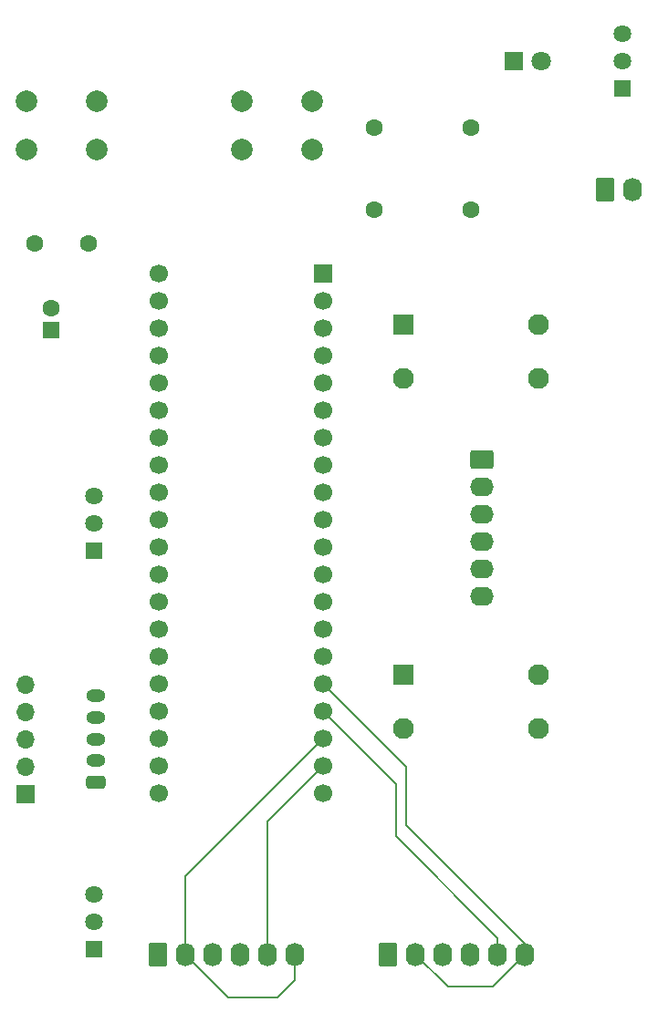
<source format=gtl>
%TF.GenerationSoftware,KiCad,Pcbnew,9.0.6*%
%TF.CreationDate,2026-01-05T15:37:47+01:00*%
%TF.ProjectId,STR500_v1.1,53545235-3030-45f7-9631-2e312e6b6963,rev?*%
%TF.SameCoordinates,Original*%
%TF.FileFunction,Copper,L1,Top*%
%TF.FilePolarity,Positive*%
%FSLAX46Y46*%
G04 Gerber Fmt 4.6, Leading zero omitted, Abs format (unit mm)*
G04 Created by KiCad (PCBNEW 9.0.6) date 2026-01-05 15:37:47*
%MOMM*%
%LPD*%
G01*
G04 APERTURE LIST*
G04 Aperture macros list*
%AMRoundRect*
0 Rectangle with rounded corners*
0 $1 Rounding radius*
0 $2 $3 $4 $5 $6 $7 $8 $9 X,Y pos of 4 corners*
0 Add a 4 corners polygon primitive as box body*
4,1,4,$2,$3,$4,$5,$6,$7,$8,$9,$2,$3,0*
0 Add four circle primitives for the rounded corners*
1,1,$1+$1,$2,$3*
1,1,$1+$1,$4,$5*
1,1,$1+$1,$6,$7*
1,1,$1+$1,$8,$9*
0 Add four rect primitives between the rounded corners*
20,1,$1+$1,$2,$3,$4,$5,0*
20,1,$1+$1,$4,$5,$6,$7,0*
20,1,$1+$1,$6,$7,$8,$9,0*
20,1,$1+$1,$8,$9,$2,$3,0*%
G04 Aperture macros list end*
%TA.AperFunction,ComponentPad*%
%ADD10C,1.800000*%
%TD*%
%TA.AperFunction,ComponentPad*%
%ADD11R,1.800000X1.800000*%
%TD*%
%TA.AperFunction,ComponentPad*%
%ADD12C,1.635000*%
%TD*%
%TA.AperFunction,ComponentPad*%
%ADD13R,1.635000X1.635000*%
%TD*%
%TA.AperFunction,ComponentPad*%
%ADD14R,1.700000X1.700000*%
%TD*%
%TA.AperFunction,ComponentPad*%
%ADD15RoundRect,0.250000X0.650000X-0.350000X0.650000X0.350000X-0.650000X0.350000X-0.650000X-0.350000X0*%
%TD*%
%TA.AperFunction,ComponentPad*%
%ADD16O,1.700000X1.700000*%
%TD*%
%TA.AperFunction,ComponentPad*%
%ADD17O,1.800000X1.200000*%
%TD*%
%TA.AperFunction,ComponentPad*%
%ADD18R,1.950000X1.950000*%
%TD*%
%TA.AperFunction,ComponentPad*%
%ADD19C,1.950000*%
%TD*%
%TA.AperFunction,ComponentPad*%
%ADD20C,2.000000*%
%TD*%
%TA.AperFunction,ComponentPad*%
%ADD21C,1.600000*%
%TD*%
%TA.AperFunction,ComponentPad*%
%ADD22RoundRect,0.250000X-0.620000X-0.845000X0.620000X-0.845000X0.620000X0.845000X-0.620000X0.845000X0*%
%TD*%
%TA.AperFunction,ComponentPad*%
%ADD23O,1.740000X2.190000*%
%TD*%
%TA.AperFunction,ComponentPad*%
%ADD24C,1.700000*%
%TD*%
%TA.AperFunction,ComponentPad*%
%ADD25RoundRect,0.250000X0.550000X-0.550000X0.550000X0.550000X-0.550000X0.550000X-0.550000X-0.550000X0*%
%TD*%
%TA.AperFunction,ComponentPad*%
%ADD26RoundRect,0.250000X-0.845000X0.620000X-0.845000X-0.620000X0.845000X-0.620000X0.845000X0.620000X0*%
%TD*%
%TA.AperFunction,ComponentPad*%
%ADD27O,2.190000X1.740000*%
%TD*%
%TA.AperFunction,Conductor*%
%ADD28C,0.200000*%
%TD*%
G04 APERTURE END LIST*
D10*
%TO.P,LED1,2,A*%
%TO.N,Net-(LED1-A)*%
X154540000Y-45000000D03*
D11*
%TO.P,LED1,1,K*%
%TO.N,GND*%
X152000000Y-45000000D03*
%TD*%
D12*
%TO.P,SW2,3*%
%TO.N,N/C*%
X162000000Y-42460000D03*
%TO.P,SW2,2,B*%
%TO.N,Net-(D1-A)*%
X162000000Y-45000000D03*
D13*
%TO.P,SW2,1,A*%
%TO.N,Net-(SW2-A)*%
X162000000Y-47540000D03*
%TD*%
D14*
%TO.P,GameTrak1,1,1*%
%TO.N,GND*%
X106650000Y-113075000D03*
D15*
X113150000Y-111995000D03*
D16*
%TO.P,GameTrak1,2,2*%
%TO.N,/Pot0*%
X106650000Y-110535000D03*
D17*
X113150000Y-109995000D03*
D16*
%TO.P,GameTrak1,3,3*%
%TO.N,/Pot1*%
X106650000Y-107995000D03*
D17*
X113150000Y-107995000D03*
%TO.P,GameTrak1,4,4*%
%TO.N,/Pot2*%
X113150000Y-105995000D03*
D16*
X106650000Y-105455000D03*
D17*
%TO.P,GameTrak1,5,5*%
%TO.N,+3.3V*%
X113150000Y-103995000D03*
D16*
X106650000Y-102915000D03*
%TD*%
D18*
%TO.P,BT4,1,A*%
%TO.N,GND*%
X141750000Y-102000000D03*
D19*
X154250000Y-102000000D03*
%TO.P,BT4,2,B*%
%TO.N,Net-(BT4-B)*%
X141750000Y-107000000D03*
X154250000Y-107000000D03*
%TD*%
D20*
%TO.P,BT1,1,A*%
%TO.N,GND*%
X106750000Y-48750000D03*
X113250000Y-48750000D03*
%TO.P,BT1,2,B*%
%TO.N,/BT1*%
X106750000Y-53250000D03*
X113250000Y-53250000D03*
%TD*%
D18*
%TO.P,BT2,1,A*%
%TO.N,GND*%
X141750000Y-69500000D03*
D19*
X154250000Y-69500000D03*
%TO.P,BT2,2,B*%
%TO.N,Net-(BT2-B)*%
X141750000Y-74500000D03*
X154250000Y-74500000D03*
%TD*%
D13*
%TO.P,SW3,1,A*%
%TO.N,GND*%
X113000000Y-127540000D03*
D12*
%TO.P,SW3,2,B*%
%TO.N,/Sw2*%
X113000000Y-125000000D03*
%TO.P,SW3,3*%
%TO.N,N/C*%
X113000000Y-122460000D03*
%TD*%
D13*
%TO.P,SW1,1,A*%
%TO.N,GND*%
X113000000Y-90540000D03*
D12*
%TO.P,SW1,2,B*%
%TO.N,/Sw1*%
X113000000Y-88000000D03*
%TO.P,SW1,3*%
%TO.N,N/C*%
X113000000Y-85460000D03*
%TD*%
D20*
%TO.P,BT3,1,A*%
%TO.N,GND*%
X126750000Y-48750000D03*
X133250000Y-48750000D03*
%TO.P,BT3,2,B*%
%TO.N,/BT2*%
X126750000Y-53250000D03*
X133250000Y-53250000D03*
%TD*%
D21*
%TO.P,C2,1*%
%TO.N,+5V*%
X107500000Y-62000000D03*
%TO.P,C2,2*%
%TO.N,GND*%
X112500000Y-62000000D03*
%TD*%
D22*
%TO.P,J10,S1*%
%TO.N,GND*%
X118920000Y-128000000D03*
D23*
%TO.P,J10,S2*%
X126540000Y-128000000D03*
%TO.P,J10,T1*%
%TO.N,/outL*%
X121460000Y-128000000D03*
%TO.P,J10,T2*%
%TO.N,/outR*%
X129080000Y-128000000D03*
%TO.P,J10,TN1*%
%TO.N,unconnected-(J10-PadTN1)*%
X124000000Y-128000000D03*
%TO.P,J10,TN2*%
%TO.N,/outL*%
X131620000Y-128000000D03*
%TD*%
D21*
%TO.P,R1,1*%
%TO.N,Net-(LED1-A)*%
X148000000Y-51190000D03*
%TO.P,R1,2*%
%TO.N,/LED*%
X148000000Y-58810000D03*
%TD*%
D14*
%TO.P,A1,1,USB_ID*%
%TO.N,unconnected-(A1-USB_ID-Pad1)*%
X134240000Y-64740000D03*
D24*
%TO.P,A1,2,SD_DATA_3*%
%TO.N,/Sw1*%
X134240000Y-67280000D03*
%TO.P,A1,3,SD_DATA_2*%
%TO.N,/Sw2*%
X134240000Y-69820000D03*
%TO.P,A1,4,SD_DATA_1*%
%TO.N,/BT1*%
X134240000Y-72360000D03*
%TO.P,A1,5,SD_DATA_0*%
%TO.N,/BT2*%
X134240000Y-74900000D03*
%TO.P,A1,6,SD_CMD*%
%TO.N,/BT3*%
X134240000Y-77440000D03*
%TO.P,A1,7,SD_CLK*%
%TO.N,/BT4*%
X134240000Y-79980000D03*
%TO.P,A1,8,SPI1_CS*%
%TO.N,unconnected-(A1-SPI1_CS-Pad8)*%
X134240000Y-82520000D03*
%TO.P,A1,9,SPI1_SCK*%
%TO.N,unconnected-(A1-SPI1_SCK-Pad9)*%
X134240000Y-85060000D03*
%TO.P,A1,10,SPI1_POCI*%
%TO.N,unconnected-(A1-SPI1_POCI-Pad10)*%
X134240000Y-87600000D03*
%TO.P,A1,11,SPI1_PICO*%
%TO.N,unconnected-(A1-SPI1_PICO-Pad11)*%
X134240000Y-90140000D03*
%TO.P,A1,12,I2C1_SCL*%
%TO.N,/LED*%
X134240000Y-92680000D03*
%TO.P,A1,13,I2C1_SDA*%
%TO.N,unconnected-(A1-I2C1_SDA-Pad13)*%
X134240000Y-95220000D03*
%TO.P,A1,14,USART1_TX*%
%TO.N,unconnected-(A1-USART1_TX-Pad14)*%
X134240000Y-97760000D03*
%TO.P,A1,15,USART1_RX*%
%TO.N,unconnected-(A1-USART1_RX-Pad15)*%
X134240000Y-100300000D03*
%TO.P,A1,16,AUDIO_IN_1*%
%TO.N,/inL*%
X134240000Y-102840000D03*
%TO.P,A1,17,AUDIO_IN_2*%
%TO.N,/inR*%
X134240000Y-105380000D03*
%TO.P,A1,18,AUDIO_OUT_1*%
%TO.N,/outL*%
X134240000Y-107920000D03*
%TO.P,A1,19,AUDIO_OUT_2*%
%TO.N,/outR*%
X134240000Y-110460000D03*
%TO.P,A1,20,AGND*%
%TO.N,GND*%
X134240000Y-113000000D03*
%TO.P,A1,21,3V3_A*%
%TO.N,+3.3V*%
X119000000Y-113000000D03*
%TO.P,A1,22,ADC_0*%
%TO.N,/Pot0*%
X119000000Y-110460000D03*
%TO.P,A1,23,ADC_1*%
%TO.N,/Pot1*%
X119000000Y-107920000D03*
%TO.P,A1,24,ADC_2*%
%TO.N,/Pot2*%
X119000000Y-105380000D03*
%TO.P,A1,25,ADC_3*%
%TO.N,unconnected-(A1-ADC_3-Pad25)*%
X119000000Y-102840000D03*
%TO.P,A1,26,ADC_4*%
%TO.N,unconnected-(A1-ADC_4-Pad26)*%
X119000000Y-100300000D03*
%TO.P,A1,27,ADC_5*%
%TO.N,unconnected-(A1-ADC_5-Pad27)*%
X119000000Y-97760000D03*
%TO.P,A1,28,ADC_6*%
%TO.N,unconnected-(A1-ADC_6-Pad28)*%
X119000000Y-95220000D03*
%TO.P,A1,29,DAC_OUT2*%
%TO.N,unconnected-(A1-DAC_OUT2-Pad29)*%
X119000000Y-92680000D03*
%TO.P,A1,30,DAC_OUT1*%
%TO.N,unconnected-(A1-DAC_OUT1-Pad30)*%
X119000000Y-90140000D03*
%TO.P,A1,31,SAI2_MCLK*%
%TO.N,unconnected-(A1-SAI2_MCLK-Pad31)*%
X119000000Y-87600000D03*
%TO.P,A1,32,SAI2_SD_B*%
%TO.N,unconnected-(A1-SAI2_SD_B-Pad32)*%
X119000000Y-85060000D03*
%TO.P,A1,33,SAI2_SD_A*%
%TO.N,unconnected-(A1-SAI2_SD_A-Pad33)*%
X119000000Y-82520000D03*
%TO.P,A1,34,SAI2_FS*%
%TO.N,unconnected-(A1-SAI2_FS-Pad34)*%
X119000000Y-79980000D03*
%TO.P,A1,35,SAI2_SCK*%
%TO.N,unconnected-(A1-SAI2_SCK-Pad35)*%
X119000000Y-77440000D03*
%TO.P,A1,36,USB_D_-*%
%TO.N,unconnected-(A1-USB_D_--Pad36)*%
X119000000Y-74900000D03*
%TO.P,A1,37,USB_D_+*%
%TO.N,unconnected-(A1-USB_D_+-Pad37)*%
X119000000Y-72360000D03*
%TO.P,A1,38,3V3_D*%
%TO.N,unconnected-(A1-3V3_D-Pad38)*%
X119000000Y-69820000D03*
%TO.P,A1,39,VIN*%
%TO.N,+5V*%
X119000000Y-67280000D03*
%TO.P,A1,40,DGND*%
%TO.N,GND*%
X119000000Y-64740000D03*
%TD*%
D25*
%TO.P,C1,1*%
%TO.N,+5V*%
X109000000Y-70000000D03*
D21*
%TO.P,C1,2*%
%TO.N,GND*%
X109000000Y-68000000D03*
%TD*%
D26*
%TO.P,J9,S1*%
%TO.N,GND*%
X149000000Y-82000000D03*
D27*
%TO.P,J9,S2*%
X149000000Y-89620000D03*
%TO.P,J9,T1*%
%TO.N,/BT3*%
X149000000Y-84540000D03*
%TO.P,J9,T2*%
%TO.N,/BT4*%
X149000000Y-92160000D03*
%TO.P,J9,TN1*%
%TO.N,Net-(BT2-B)*%
X149000000Y-87080000D03*
%TO.P,J9,TN2*%
%TO.N,Net-(BT4-B)*%
X149000000Y-94700000D03*
%TD*%
D22*
%TO.P,J1,1*%
%TO.N,Net-(SW2-A)*%
X160460000Y-57000000D03*
D23*
%TO.P,J1,2*%
%TO.N,GND*%
X163000000Y-57000000D03*
%TD*%
D21*
%TO.P,D1,1,K*%
%TO.N,+5V*%
X139000000Y-58810000D03*
%TO.P,D1,2,A*%
%TO.N,Net-(D1-A)*%
X139000000Y-51190000D03*
%TD*%
D22*
%TO.P,J8,S1*%
%TO.N,GND*%
X140300000Y-128000000D03*
D23*
%TO.P,J8,S2*%
X147920000Y-128000000D03*
%TO.P,J8,T1*%
%TO.N,/inL*%
X142840000Y-128000000D03*
%TO.P,J8,T2*%
%TO.N,/inR*%
X150460000Y-128000000D03*
%TO.P,J8,TN1*%
%TO.N,unconnected-(J8-PadTN1)*%
X145380000Y-128000000D03*
%TO.P,J8,TN2*%
%TO.N,/inL*%
X153000000Y-128000000D03*
%TD*%
D28*
%TO.N,/outR*%
X129080000Y-128000000D02*
X129080000Y-115620000D01*
X129080000Y-115620000D02*
X134240000Y-110460000D01*
%TO.N,/outL*%
X121460000Y-128000000D02*
X121460000Y-120700000D01*
X121460000Y-120700000D02*
X134240000Y-107920000D01*
X131620000Y-130380000D02*
X130000000Y-132000000D01*
X125460000Y-132000000D02*
X121460000Y-128000000D01*
X131620000Y-128000000D02*
X131620000Y-130380000D01*
X130000000Y-132000000D02*
X125460000Y-132000000D01*
%TO.N,/inL*%
X153000000Y-127000000D02*
X142000000Y-116000000D01*
X150000000Y-131000000D02*
X153000000Y-128000000D01*
X142840000Y-128000000D02*
X145840000Y-131000000D01*
X153000000Y-128000000D02*
X153000000Y-127000000D01*
X142000000Y-116000000D02*
X142000000Y-110600000D01*
X145840000Y-131000000D02*
X150000000Y-131000000D01*
X142000000Y-110600000D02*
X134240000Y-102840000D01*
%TO.N,/inR*%
X141000000Y-112140000D02*
X134240000Y-105380000D01*
X141000000Y-117000000D02*
X141000000Y-112140000D01*
X150460000Y-128000000D02*
X150460000Y-126460000D01*
X150460000Y-126460000D02*
X141000000Y-117000000D01*
%TD*%
M02*

</source>
